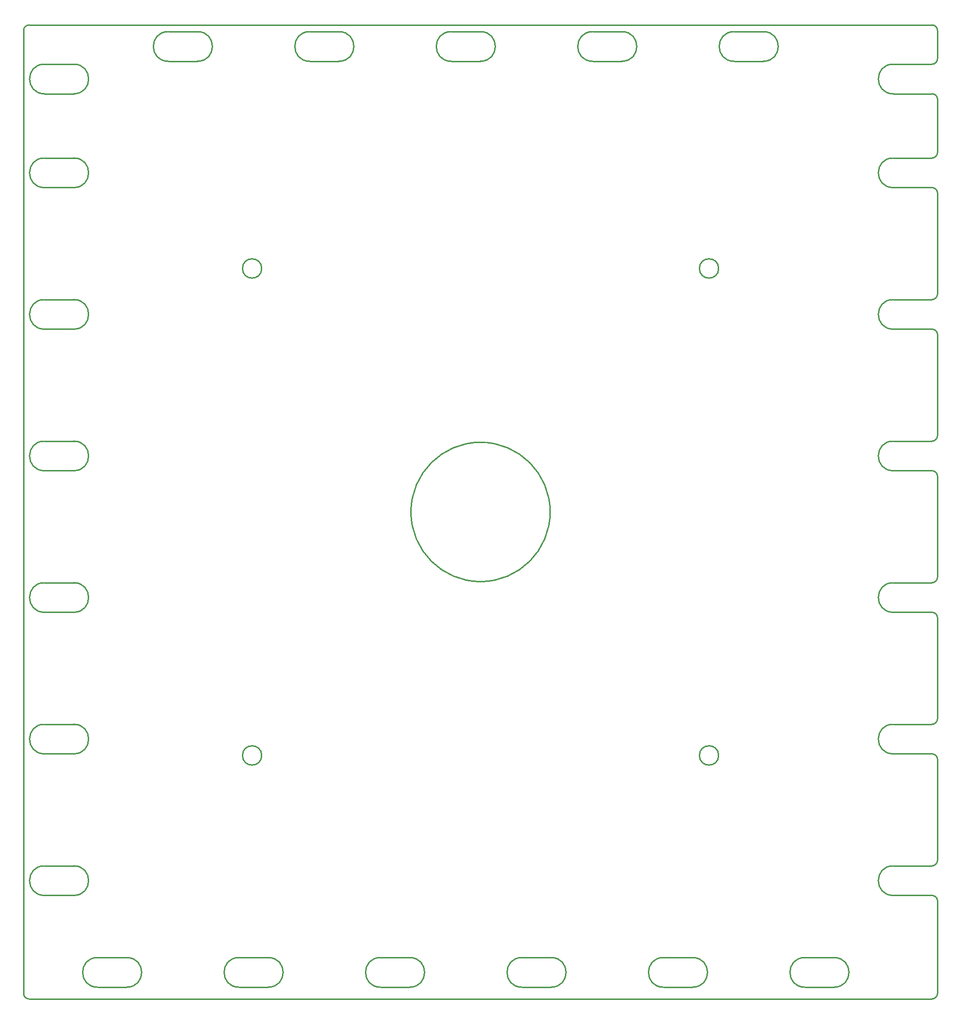
<source format=gbr>
%TF.GenerationSoftware,KiCad,Pcbnew,7.0.9*%
%TF.CreationDate,2024-08-20T19:02:26-06:00*%
%TF.ProjectId,bottom 40k layer,626f7474-6f6d-4203-9430-6b206c617965,rev?*%
%TF.SameCoordinates,Original*%
%TF.FileFunction,Profile,NP*%
%FSLAX46Y46*%
G04 Gerber Fmt 4.6, Leading zero omitted, Abs format (unit mm)*
G04 Created by KiCad (PCBNEW 7.0.9) date 2024-08-20 19:02:26*
%MOMM*%
%LPD*%
G01*
G04 APERTURE LIST*
%TA.AperFunction,Profile*%
%ADD10C,0.250000*%
%TD*%
G04 APERTURE END LIST*
D10*
X156125000Y-6037500D02*
G75*
G03*
X156125000Y-11337500I0J-2650000D01*
G01*
X140250000Y-166332500D02*
G75*
G03*
X140250000Y-171632500I0J-2650000D01*
G01*
X145550000Y-171632500D02*
G75*
G03*
X145550000Y-166332500I0J2650000D01*
G01*
X114850000Y-166332500D02*
G75*
G03*
X114850000Y-171632500I0J-2650000D01*
G01*
X120150000Y-171632500D02*
G75*
G03*
X120150000Y-166332500I0J2650000D01*
G01*
X89450000Y-166332500D02*
G75*
G03*
X89450000Y-171632500I0J-2650000D01*
G01*
X94750000Y-171632500D02*
G75*
G03*
X94750000Y-166332500I0J2650000D01*
G01*
X156125000Y-149870000D02*
G75*
G03*
X156125000Y-155170000I0J-2650000D01*
G01*
X156125000Y-124470000D02*
G75*
G03*
X156125000Y-129770000I0J-2650000D01*
G01*
X156125000Y-99070000D02*
G75*
G03*
X156125000Y-104370000I0J-2650000D01*
G01*
X156125000Y-73670000D02*
G75*
G03*
X156125000Y-78970000I0J-2650000D01*
G01*
X156125000Y-48270000D02*
G75*
G03*
X156125000Y-53570000I0J-2650000D01*
G01*
X127550000Y-200000D02*
G75*
G03*
X127550000Y-5500000I0J-2650000D01*
G01*
X132850000Y-5500000D02*
G75*
G03*
X132850000Y-200000I0J2650000D01*
G01*
X102150000Y-200000D02*
G75*
G03*
X102150000Y-5500000I0J-2650000D01*
G01*
X107450000Y-5500000D02*
G75*
G03*
X107450000Y-200000I0J2650000D01*
G01*
X156125000Y-22870000D02*
G75*
G03*
X156125000Y-28170000I0J-2650000D01*
G01*
X25950000Y-200000D02*
G75*
G03*
X25950000Y-5500000I0J-2650000D01*
G01*
X31250000Y-5500000D02*
G75*
G03*
X31250000Y-200000I0J2650000D01*
G01*
X3725000Y-22870000D02*
G75*
G03*
X3725000Y-28170000I0J-2650000D01*
G01*
X9025000Y-28170000D02*
G75*
G03*
X9025000Y-22870000I0J2650000D01*
G01*
X51350000Y-200000D02*
G75*
G03*
X51350000Y-5500000I0J-2650000D01*
G01*
X56650000Y-5500000D02*
G75*
G03*
X56650000Y-200000I0J2650000D01*
G01*
X3725000Y-48270000D02*
G75*
G03*
X3725000Y-53570000I0J-2650000D01*
G01*
X9025000Y-53570000D02*
G75*
G03*
X9025000Y-48270000I0J2650000D01*
G01*
X3725000Y-73670000D02*
G75*
G03*
X3725000Y-78970000I0J-2650000D01*
G01*
X9025000Y-78970000D02*
G75*
G03*
X9025000Y-73670000I0J2650000D01*
G01*
X3725000Y-99070000D02*
G75*
G03*
X3725000Y-104370000I0J-2650000D01*
G01*
X9025000Y-104370000D02*
G75*
G03*
X9025000Y-99070000I0J2650000D01*
G01*
X3725000Y-124470000D02*
G75*
G03*
X3725000Y-129770000I0J-2650000D01*
G01*
X9025000Y-129770000D02*
G75*
G03*
X9025000Y-124470000I0J2650000D01*
G01*
X3725000Y-149870000D02*
G75*
G03*
X3725000Y-155170000I0J-2650000D01*
G01*
X9025000Y-155170000D02*
G75*
G03*
X9025000Y-149870000I0J2650000D01*
G01*
X13250000Y-166332500D02*
G75*
G03*
X13250000Y-171632500I0J-2650000D01*
G01*
X18550000Y-171632500D02*
G75*
G03*
X18550000Y-166332500I0J2650000D01*
G01*
X38650000Y-166332500D02*
G75*
G03*
X38650000Y-171632500I0J-2650000D01*
G01*
X43950000Y-171632500D02*
G75*
G03*
X43950000Y-166332500I0J2650000D01*
G01*
X64050000Y-166332500D02*
G75*
G03*
X64050000Y-171632500I0J-2650000D01*
G01*
X69350000Y-171632500D02*
G75*
G03*
X69350000Y-166332500I0J2650000D01*
G01*
X3725000Y-6037500D02*
G75*
G03*
X3725000Y-11337500I0J-2650000D01*
G01*
X9025000Y-11337500D02*
G75*
G03*
X9025000Y-6037500I0J2650000D01*
G01*
X82050000Y-5500000D02*
G75*
G03*
X82050000Y-200000I0J2650000D01*
G01*
X76750000Y-200000D02*
G75*
G03*
X76750000Y-5500000I0J-2650000D01*
G01*
X164100000Y-156170000D02*
G75*
G03*
X163100000Y-155170000I-1000000J0D01*
G01*
X163100000Y-149870000D02*
G75*
G03*
X164100000Y-148870000I0J1000000D01*
G01*
X164100000Y-130770000D02*
G75*
G03*
X163100000Y-129770000I-1000000J0D01*
G01*
X163100000Y-124470000D02*
G75*
G03*
X164100000Y-123470000I0J1000000D01*
G01*
X164100000Y-105370000D02*
G75*
G03*
X163100000Y-104370000I-1000000J0D01*
G01*
X163100000Y-99070000D02*
G75*
G03*
X164100000Y-98070000I0J1000000D01*
G01*
X164100000Y-79970000D02*
G75*
G03*
X163100000Y-78970000I-1000000J0D01*
G01*
X163100000Y-73670000D02*
G75*
G03*
X164100000Y-72670000I0J1000000D01*
G01*
X164100000Y-54570000D02*
G75*
G03*
X163100000Y-53570000I-1000000J0D01*
G01*
X163100000Y-48270000D02*
G75*
G03*
X164100000Y-47270000I0J1000000D01*
G01*
X164100000Y-29170000D02*
G75*
G03*
X163100000Y-28170000I-1000000J0D01*
G01*
X163100000Y-22870000D02*
G75*
G03*
X164100000Y-21870000I0J1000000D01*
G01*
X164100000Y-12337500D02*
G75*
G03*
X163100000Y-11337500I-1000000J0D01*
G01*
X163100000Y-6037500D02*
G75*
G03*
X164100000Y-5037500I0J1000000D01*
G01*
X164100000Y0D02*
G75*
G03*
X163100000Y1000000I-1000000J0D01*
G01*
X1000000Y1000000D02*
G75*
G03*
X0Y0I0J-1000000D01*
G01*
X0Y-172745000D02*
G75*
G03*
X1000000Y-173745000I1000000J0D01*
G01*
X163100000Y-173745000D02*
G75*
G03*
X164100000Y-172745000I0J1000000D01*
G01*
X164100000Y-98070000D02*
X164100000Y-79970000D01*
X164100000Y-72670000D02*
X164100000Y-54570000D01*
X164100000Y-47270000D02*
X164100000Y-29170000D01*
X164100000Y-21870000D02*
X164100000Y-12337500D01*
X164100000Y-5037500D02*
X164100000Y0D01*
X164100000Y-123470000D02*
X164100000Y-105370000D01*
X164100000Y-148870000D02*
X164100000Y-130770000D01*
X163100000Y-6037500D02*
X156125000Y-6037500D01*
X145550000Y-166332500D02*
X140250000Y-166332500D01*
X120150000Y-166332500D02*
X114850000Y-166332500D01*
X94750000Y-166332500D02*
X89450000Y-166332500D01*
X163100000Y-149870000D02*
X156125000Y-149870000D01*
X163100000Y-124470000D02*
X156125000Y-124470000D01*
X163100000Y-99070000D02*
X156125000Y-99070000D01*
X163100000Y-73670000D02*
X156125000Y-73670000D01*
X163100000Y-48270000D02*
X156125000Y-48270000D01*
X132850000Y-200000D02*
X127550000Y-200000D01*
X107450000Y-200000D02*
X102150000Y-200000D01*
X163100000Y-22870000D02*
X156125000Y-22870000D01*
X31250000Y-200000D02*
X25950000Y-200000D01*
X9025000Y-22870000D02*
X3725000Y-22870000D01*
X56650000Y-200000D02*
X51350000Y-200000D01*
X9025000Y-48270000D02*
X3725000Y-48270000D01*
X9025000Y-73670000D02*
X3725000Y-73670000D01*
X9025000Y-99070000D02*
X3725000Y-99070000D01*
X9025000Y-124470000D02*
X3725000Y-124470000D01*
X9025000Y-149870000D02*
X3725000Y-149870000D01*
X18550000Y-166332500D02*
X13250000Y-166332500D01*
X43950000Y-166332500D02*
X38650000Y-166332500D01*
X69350000Y-166332500D02*
X64050000Y-166332500D01*
X9025000Y-6037500D02*
X3725000Y-6037500D01*
X1000000Y-173745000D02*
X163100000Y-173745000D01*
X164100000Y-172745000D02*
X164100000Y-156170000D01*
X1000000Y1000000D02*
X163100000Y1000000D01*
X82050000Y-200000D02*
X76750000Y-200000D01*
X82050000Y-5500000D02*
X76750000Y-5500000D01*
X145550000Y-171632500D02*
X140250000Y-171632500D01*
X120150000Y-171632500D02*
X114850000Y-171632500D01*
X94750000Y-171632500D02*
X89450000Y-171632500D01*
X163100000Y-155170000D02*
X156125000Y-155170000D01*
X163100000Y-129770000D02*
X156125000Y-129770000D01*
X163100000Y-104370000D02*
X156125000Y-104370000D01*
X163100000Y-78970000D02*
X156125000Y-78970000D01*
X163100000Y-53570000D02*
X156125000Y-53570000D01*
X132850000Y-5500000D02*
X127550000Y-5500000D01*
X107450000Y-5500000D02*
X102150000Y-5500000D01*
X163100000Y-28170000D02*
X156125000Y-28170000D01*
X31250000Y-5500000D02*
X25950000Y-5500000D01*
X9025000Y-28170000D02*
X3725000Y-28170000D01*
X56650000Y-5500000D02*
X51350000Y-5500000D01*
X9025000Y-53570000D02*
X3725000Y-53570000D01*
X9025000Y-78970000D02*
X3725000Y-78970000D01*
X9025000Y-104370000D02*
X3725000Y-104370000D01*
X9025000Y-129770000D02*
X3725000Y-129770000D01*
X9025000Y-155170000D02*
X3725000Y-155170000D01*
X18550000Y-171632500D02*
X13250000Y-171632500D01*
X43950000Y-171632500D02*
X38650000Y-171632500D01*
X69350000Y-171632500D02*
X64050000Y-171632500D01*
X9025000Y-11337500D02*
X3725000Y-11337500D01*
X0Y0D02*
X0Y-172745000D01*
X163100000Y-11337500D02*
X156125000Y-11337500D01*
X94550000Y-86372500D02*
G75*
G03*
X94550000Y-86372500I-12500000J0D01*
G01*
X124800000Y-42686250D02*
G75*
G03*
X124800000Y-42686250I-1725000J0D01*
G01*
X124800000Y-130058750D02*
G75*
G03*
X124800000Y-130058750I-1725000J0D01*
G01*
X42750000Y-130058750D02*
G75*
G03*
X42750000Y-130058750I-1725000J0D01*
G01*
X42750000Y-42686250D02*
G75*
G03*
X42750000Y-42686250I-1725000J0D01*
G01*
M02*

</source>
